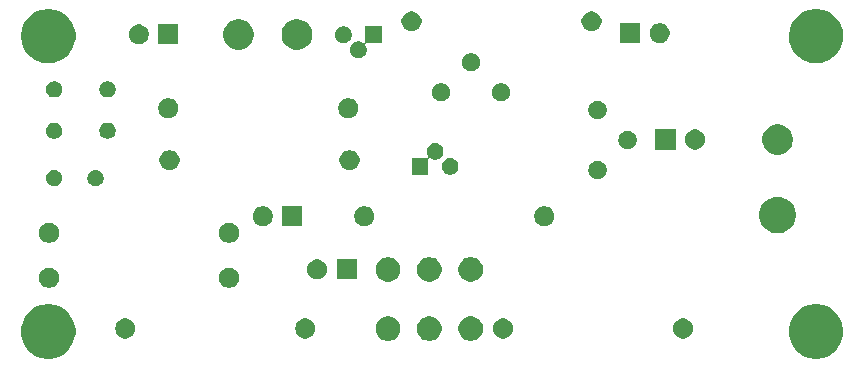
<source format=gbr>
G04 #@! TF.GenerationSoftware,KiCad,Pcbnew,(5.1.5)-3*
G04 #@! TF.CreationDate,2020-05-06T20:42:40-04:00*
G04 #@! TF.ProjectId,2ToneSineGenSSB,32546f6e-6553-4696-9e65-47656e535342,rev?*
G04 #@! TF.SameCoordinates,Original*
G04 #@! TF.FileFunction,Soldermask,Top*
G04 #@! TF.FilePolarity,Negative*
%FSLAX46Y46*%
G04 Gerber Fmt 4.6, Leading zero omitted, Abs format (unit mm)*
G04 Created by KiCad (PCBNEW (5.1.5)-3) date 2020-05-06 20:42:40*
%MOMM*%
%LPD*%
G04 APERTURE LIST*
%ADD10C,0.100000*%
G04 APERTURE END LIST*
D10*
G36*
X190698903Y-95993213D02*
G01*
X190921177Y-96037426D01*
X191339932Y-96210880D01*
X191716802Y-96462696D01*
X192037304Y-96783198D01*
X192289120Y-97160068D01*
X192430821Y-97502165D01*
X192462574Y-97578824D01*
X192551000Y-98023370D01*
X192551000Y-98476630D01*
X192537901Y-98542481D01*
X192462574Y-98921177D01*
X192289120Y-99339932D01*
X192037304Y-99716802D01*
X191716802Y-100037304D01*
X191339932Y-100289120D01*
X190921177Y-100462574D01*
X190698903Y-100506787D01*
X190476630Y-100551000D01*
X190023370Y-100551000D01*
X189801097Y-100506787D01*
X189578823Y-100462574D01*
X189160068Y-100289120D01*
X188783198Y-100037304D01*
X188462696Y-99716802D01*
X188210880Y-99339932D01*
X188037426Y-98921177D01*
X187962099Y-98542481D01*
X187949000Y-98476630D01*
X187949000Y-98023370D01*
X188037426Y-97578824D01*
X188069179Y-97502165D01*
X188210880Y-97160068D01*
X188462696Y-96783198D01*
X188783198Y-96462696D01*
X189160068Y-96210880D01*
X189578823Y-96037426D01*
X189801097Y-95993213D01*
X190023370Y-95949000D01*
X190476630Y-95949000D01*
X190698903Y-95993213D01*
G37*
G36*
X125698903Y-95993213D02*
G01*
X125921177Y-96037426D01*
X126339932Y-96210880D01*
X126716802Y-96462696D01*
X127037304Y-96783198D01*
X127289120Y-97160068D01*
X127430821Y-97502165D01*
X127462574Y-97578824D01*
X127551000Y-98023370D01*
X127551000Y-98476630D01*
X127537901Y-98542481D01*
X127462574Y-98921177D01*
X127289120Y-99339932D01*
X127037304Y-99716802D01*
X126716802Y-100037304D01*
X126339932Y-100289120D01*
X125921177Y-100462574D01*
X125698903Y-100506787D01*
X125476630Y-100551000D01*
X125023370Y-100551000D01*
X124801097Y-100506787D01*
X124578823Y-100462574D01*
X124160068Y-100289120D01*
X123783198Y-100037304D01*
X123462696Y-99716802D01*
X123210880Y-99339932D01*
X123037426Y-98921177D01*
X122962099Y-98542481D01*
X122949000Y-98476630D01*
X122949000Y-98023370D01*
X123037426Y-97578824D01*
X123069179Y-97502165D01*
X123210880Y-97160068D01*
X123462696Y-96783198D01*
X123783198Y-96462696D01*
X124160068Y-96210880D01*
X124578823Y-96037426D01*
X124801097Y-95993213D01*
X125023370Y-95949000D01*
X125476630Y-95949000D01*
X125698903Y-95993213D01*
G37*
G36*
X157806564Y-96989389D02*
G01*
X157997833Y-97068615D01*
X157997835Y-97068616D01*
X158167082Y-97181703D01*
X158169973Y-97183635D01*
X158316365Y-97330027D01*
X158431385Y-97502167D01*
X158510611Y-97693436D01*
X158551000Y-97896484D01*
X158551000Y-98103516D01*
X158510611Y-98306564D01*
X158431385Y-98497833D01*
X158431384Y-98497835D01*
X158316365Y-98669973D01*
X158169973Y-98816365D01*
X157997835Y-98931384D01*
X157997834Y-98931385D01*
X157997833Y-98931385D01*
X157806564Y-99010611D01*
X157603516Y-99051000D01*
X157396484Y-99051000D01*
X157193436Y-99010611D01*
X157002167Y-98931385D01*
X157002166Y-98931385D01*
X157002165Y-98931384D01*
X156830027Y-98816365D01*
X156683635Y-98669973D01*
X156568616Y-98497835D01*
X156568615Y-98497833D01*
X156489389Y-98306564D01*
X156449000Y-98103516D01*
X156449000Y-97896484D01*
X156489389Y-97693436D01*
X156568615Y-97502167D01*
X156683635Y-97330027D01*
X156830027Y-97183635D01*
X156832918Y-97181703D01*
X157002165Y-97068616D01*
X157002167Y-97068615D01*
X157193436Y-96989389D01*
X157396484Y-96949000D01*
X157603516Y-96949000D01*
X157806564Y-96989389D01*
G37*
G36*
X154306564Y-96989389D02*
G01*
X154497833Y-97068615D01*
X154497835Y-97068616D01*
X154667082Y-97181703D01*
X154669973Y-97183635D01*
X154816365Y-97330027D01*
X154931385Y-97502167D01*
X155010611Y-97693436D01*
X155051000Y-97896484D01*
X155051000Y-98103516D01*
X155010611Y-98306564D01*
X154931385Y-98497833D01*
X154931384Y-98497835D01*
X154816365Y-98669973D01*
X154669973Y-98816365D01*
X154497835Y-98931384D01*
X154497834Y-98931385D01*
X154497833Y-98931385D01*
X154306564Y-99010611D01*
X154103516Y-99051000D01*
X153896484Y-99051000D01*
X153693436Y-99010611D01*
X153502167Y-98931385D01*
X153502166Y-98931385D01*
X153502165Y-98931384D01*
X153330027Y-98816365D01*
X153183635Y-98669973D01*
X153068616Y-98497835D01*
X153068615Y-98497833D01*
X152989389Y-98306564D01*
X152949000Y-98103516D01*
X152949000Y-97896484D01*
X152989389Y-97693436D01*
X153068615Y-97502167D01*
X153183635Y-97330027D01*
X153330027Y-97183635D01*
X153332918Y-97181703D01*
X153502165Y-97068616D01*
X153502167Y-97068615D01*
X153693436Y-96989389D01*
X153896484Y-96949000D01*
X154103516Y-96949000D01*
X154306564Y-96989389D01*
G37*
G36*
X161306564Y-96989389D02*
G01*
X161497833Y-97068615D01*
X161497835Y-97068616D01*
X161667082Y-97181703D01*
X161669973Y-97183635D01*
X161816365Y-97330027D01*
X161931385Y-97502167D01*
X162010611Y-97693436D01*
X162051000Y-97896484D01*
X162051000Y-98103516D01*
X162010611Y-98306564D01*
X161931385Y-98497833D01*
X161931384Y-98497835D01*
X161816365Y-98669973D01*
X161669973Y-98816365D01*
X161497835Y-98931384D01*
X161497834Y-98931385D01*
X161497833Y-98931385D01*
X161306564Y-99010611D01*
X161103516Y-99051000D01*
X160896484Y-99051000D01*
X160693436Y-99010611D01*
X160502167Y-98931385D01*
X160502166Y-98931385D01*
X160502165Y-98931384D01*
X160330027Y-98816365D01*
X160183635Y-98669973D01*
X160068616Y-98497835D01*
X160068615Y-98497833D01*
X159989389Y-98306564D01*
X159949000Y-98103516D01*
X159949000Y-97896484D01*
X159989389Y-97693436D01*
X160068615Y-97502167D01*
X160183635Y-97330027D01*
X160330027Y-97183635D01*
X160332918Y-97181703D01*
X160502165Y-97068616D01*
X160502167Y-97068615D01*
X160693436Y-96989389D01*
X160896484Y-96949000D01*
X161103516Y-96949000D01*
X161306564Y-96989389D01*
G37*
G36*
X179238228Y-97181703D02*
G01*
X179393100Y-97245853D01*
X179532481Y-97338985D01*
X179651015Y-97457519D01*
X179744147Y-97596900D01*
X179808297Y-97751772D01*
X179841000Y-97916184D01*
X179841000Y-98083816D01*
X179808297Y-98248228D01*
X179744147Y-98403100D01*
X179651015Y-98542481D01*
X179532481Y-98661015D01*
X179393100Y-98754147D01*
X179238228Y-98818297D01*
X179073816Y-98851000D01*
X178906184Y-98851000D01*
X178741772Y-98818297D01*
X178586900Y-98754147D01*
X178447519Y-98661015D01*
X178328985Y-98542481D01*
X178235853Y-98403100D01*
X178171703Y-98248228D01*
X178139000Y-98083816D01*
X178139000Y-97916184D01*
X178171703Y-97751772D01*
X178235853Y-97596900D01*
X178328985Y-97457519D01*
X178447519Y-97338985D01*
X178586900Y-97245853D01*
X178741772Y-97181703D01*
X178906184Y-97149000D01*
X179073816Y-97149000D01*
X179238228Y-97181703D01*
G37*
G36*
X163998228Y-97181703D02*
G01*
X164153100Y-97245853D01*
X164292481Y-97338985D01*
X164411015Y-97457519D01*
X164504147Y-97596900D01*
X164568297Y-97751772D01*
X164601000Y-97916184D01*
X164601000Y-98083816D01*
X164568297Y-98248228D01*
X164504147Y-98403100D01*
X164411015Y-98542481D01*
X164292481Y-98661015D01*
X164153100Y-98754147D01*
X163998228Y-98818297D01*
X163833816Y-98851000D01*
X163666184Y-98851000D01*
X163501772Y-98818297D01*
X163346900Y-98754147D01*
X163207519Y-98661015D01*
X163088985Y-98542481D01*
X162995853Y-98403100D01*
X162931703Y-98248228D01*
X162899000Y-98083816D01*
X162899000Y-97916184D01*
X162931703Y-97751772D01*
X162995853Y-97596900D01*
X163088985Y-97457519D01*
X163207519Y-97338985D01*
X163346900Y-97245853D01*
X163501772Y-97181703D01*
X163666184Y-97149000D01*
X163833816Y-97149000D01*
X163998228Y-97181703D01*
G37*
G36*
X147248228Y-97181703D02*
G01*
X147403100Y-97245853D01*
X147542481Y-97338985D01*
X147661015Y-97457519D01*
X147754147Y-97596900D01*
X147818297Y-97751772D01*
X147851000Y-97916184D01*
X147851000Y-98083816D01*
X147818297Y-98248228D01*
X147754147Y-98403100D01*
X147661015Y-98542481D01*
X147542481Y-98661015D01*
X147403100Y-98754147D01*
X147248228Y-98818297D01*
X147083816Y-98851000D01*
X146916184Y-98851000D01*
X146751772Y-98818297D01*
X146596900Y-98754147D01*
X146457519Y-98661015D01*
X146338985Y-98542481D01*
X146245853Y-98403100D01*
X146181703Y-98248228D01*
X146149000Y-98083816D01*
X146149000Y-97916184D01*
X146181703Y-97751772D01*
X146245853Y-97596900D01*
X146338985Y-97457519D01*
X146457519Y-97338985D01*
X146596900Y-97245853D01*
X146751772Y-97181703D01*
X146916184Y-97149000D01*
X147083816Y-97149000D01*
X147248228Y-97181703D01*
G37*
G36*
X132008228Y-97181703D02*
G01*
X132163100Y-97245853D01*
X132302481Y-97338985D01*
X132421015Y-97457519D01*
X132514147Y-97596900D01*
X132578297Y-97751772D01*
X132611000Y-97916184D01*
X132611000Y-98083816D01*
X132578297Y-98248228D01*
X132514147Y-98403100D01*
X132421015Y-98542481D01*
X132302481Y-98661015D01*
X132163100Y-98754147D01*
X132008228Y-98818297D01*
X131843816Y-98851000D01*
X131676184Y-98851000D01*
X131511772Y-98818297D01*
X131356900Y-98754147D01*
X131217519Y-98661015D01*
X131098985Y-98542481D01*
X131005853Y-98403100D01*
X130941703Y-98248228D01*
X130909000Y-98083816D01*
X130909000Y-97916184D01*
X130941703Y-97751772D01*
X131005853Y-97596900D01*
X131098985Y-97457519D01*
X131217519Y-97338985D01*
X131356900Y-97245853D01*
X131511772Y-97181703D01*
X131676184Y-97149000D01*
X131843816Y-97149000D01*
X132008228Y-97181703D01*
G37*
G36*
X125548228Y-92881703D02*
G01*
X125703100Y-92945853D01*
X125842481Y-93038985D01*
X125961015Y-93157519D01*
X126054147Y-93296900D01*
X126118297Y-93451772D01*
X126151000Y-93616184D01*
X126151000Y-93783816D01*
X126118297Y-93948228D01*
X126054147Y-94103100D01*
X125961015Y-94242481D01*
X125842481Y-94361015D01*
X125703100Y-94454147D01*
X125548228Y-94518297D01*
X125383816Y-94551000D01*
X125216184Y-94551000D01*
X125051772Y-94518297D01*
X124896900Y-94454147D01*
X124757519Y-94361015D01*
X124638985Y-94242481D01*
X124545853Y-94103100D01*
X124481703Y-93948228D01*
X124449000Y-93783816D01*
X124449000Y-93616184D01*
X124481703Y-93451772D01*
X124545853Y-93296900D01*
X124638985Y-93157519D01*
X124757519Y-93038985D01*
X124896900Y-92945853D01*
X125051772Y-92881703D01*
X125216184Y-92849000D01*
X125383816Y-92849000D01*
X125548228Y-92881703D01*
G37*
G36*
X140788228Y-92881703D02*
G01*
X140943100Y-92945853D01*
X141082481Y-93038985D01*
X141201015Y-93157519D01*
X141294147Y-93296900D01*
X141358297Y-93451772D01*
X141391000Y-93616184D01*
X141391000Y-93783816D01*
X141358297Y-93948228D01*
X141294147Y-94103100D01*
X141201015Y-94242481D01*
X141082481Y-94361015D01*
X140943100Y-94454147D01*
X140788228Y-94518297D01*
X140623816Y-94551000D01*
X140456184Y-94551000D01*
X140291772Y-94518297D01*
X140136900Y-94454147D01*
X139997519Y-94361015D01*
X139878985Y-94242481D01*
X139785853Y-94103100D01*
X139721703Y-93948228D01*
X139689000Y-93783816D01*
X139689000Y-93616184D01*
X139721703Y-93451772D01*
X139785853Y-93296900D01*
X139878985Y-93157519D01*
X139997519Y-93038985D01*
X140136900Y-92945853D01*
X140291772Y-92881703D01*
X140456184Y-92849000D01*
X140623816Y-92849000D01*
X140788228Y-92881703D01*
G37*
G36*
X161306564Y-91989389D02*
G01*
X161497833Y-92068615D01*
X161497835Y-92068616D01*
X161618138Y-92149000D01*
X161669973Y-92183635D01*
X161816365Y-92330027D01*
X161931385Y-92502167D01*
X162010611Y-92693436D01*
X162051000Y-92896484D01*
X162051000Y-93103516D01*
X162010611Y-93306564D01*
X161950464Y-93451771D01*
X161931384Y-93497835D01*
X161816365Y-93669973D01*
X161669973Y-93816365D01*
X161497835Y-93931384D01*
X161497834Y-93931385D01*
X161497833Y-93931385D01*
X161306564Y-94010611D01*
X161103516Y-94051000D01*
X160896484Y-94051000D01*
X160693436Y-94010611D01*
X160502167Y-93931385D01*
X160502166Y-93931385D01*
X160502165Y-93931384D01*
X160330027Y-93816365D01*
X160183635Y-93669973D01*
X160068616Y-93497835D01*
X160049536Y-93451771D01*
X159989389Y-93306564D01*
X159949000Y-93103516D01*
X159949000Y-92896484D01*
X159989389Y-92693436D01*
X160068615Y-92502167D01*
X160183635Y-92330027D01*
X160330027Y-92183635D01*
X160381862Y-92149000D01*
X160502165Y-92068616D01*
X160502167Y-92068615D01*
X160693436Y-91989389D01*
X160896484Y-91949000D01*
X161103516Y-91949000D01*
X161306564Y-91989389D01*
G37*
G36*
X157806564Y-91989389D02*
G01*
X157997833Y-92068615D01*
X157997835Y-92068616D01*
X158118138Y-92149000D01*
X158169973Y-92183635D01*
X158316365Y-92330027D01*
X158431385Y-92502167D01*
X158510611Y-92693436D01*
X158551000Y-92896484D01*
X158551000Y-93103516D01*
X158510611Y-93306564D01*
X158450464Y-93451771D01*
X158431384Y-93497835D01*
X158316365Y-93669973D01*
X158169973Y-93816365D01*
X157997835Y-93931384D01*
X157997834Y-93931385D01*
X157997833Y-93931385D01*
X157806564Y-94010611D01*
X157603516Y-94051000D01*
X157396484Y-94051000D01*
X157193436Y-94010611D01*
X157002167Y-93931385D01*
X157002166Y-93931385D01*
X157002165Y-93931384D01*
X156830027Y-93816365D01*
X156683635Y-93669973D01*
X156568616Y-93497835D01*
X156549536Y-93451771D01*
X156489389Y-93306564D01*
X156449000Y-93103516D01*
X156449000Y-92896484D01*
X156489389Y-92693436D01*
X156568615Y-92502167D01*
X156683635Y-92330027D01*
X156830027Y-92183635D01*
X156881862Y-92149000D01*
X157002165Y-92068616D01*
X157002167Y-92068615D01*
X157193436Y-91989389D01*
X157396484Y-91949000D01*
X157603516Y-91949000D01*
X157806564Y-91989389D01*
G37*
G36*
X154306564Y-91989389D02*
G01*
X154497833Y-92068615D01*
X154497835Y-92068616D01*
X154618138Y-92149000D01*
X154669973Y-92183635D01*
X154816365Y-92330027D01*
X154931385Y-92502167D01*
X155010611Y-92693436D01*
X155051000Y-92896484D01*
X155051000Y-93103516D01*
X155010611Y-93306564D01*
X154950464Y-93451771D01*
X154931384Y-93497835D01*
X154816365Y-93669973D01*
X154669973Y-93816365D01*
X154497835Y-93931384D01*
X154497834Y-93931385D01*
X154497833Y-93931385D01*
X154306564Y-94010611D01*
X154103516Y-94051000D01*
X153896484Y-94051000D01*
X153693436Y-94010611D01*
X153502167Y-93931385D01*
X153502166Y-93931385D01*
X153502165Y-93931384D01*
X153330027Y-93816365D01*
X153183635Y-93669973D01*
X153068616Y-93497835D01*
X153049536Y-93451771D01*
X152989389Y-93306564D01*
X152949000Y-93103516D01*
X152949000Y-92896484D01*
X152989389Y-92693436D01*
X153068615Y-92502167D01*
X153183635Y-92330027D01*
X153330027Y-92183635D01*
X153381862Y-92149000D01*
X153502165Y-92068616D01*
X153502167Y-92068615D01*
X153693436Y-91989389D01*
X153896484Y-91949000D01*
X154103516Y-91949000D01*
X154306564Y-91989389D01*
G37*
G36*
X151351000Y-93851000D02*
G01*
X149649000Y-93851000D01*
X149649000Y-92149000D01*
X151351000Y-92149000D01*
X151351000Y-93851000D01*
G37*
G36*
X148248228Y-92181703D02*
G01*
X148403100Y-92245853D01*
X148542481Y-92338985D01*
X148661015Y-92457519D01*
X148754147Y-92596900D01*
X148818297Y-92751772D01*
X148851000Y-92916184D01*
X148851000Y-93083816D01*
X148818297Y-93248228D01*
X148754147Y-93403100D01*
X148661015Y-93542481D01*
X148542481Y-93661015D01*
X148403100Y-93754147D01*
X148248228Y-93818297D01*
X148083816Y-93851000D01*
X147916184Y-93851000D01*
X147751772Y-93818297D01*
X147596900Y-93754147D01*
X147457519Y-93661015D01*
X147338985Y-93542481D01*
X147245853Y-93403100D01*
X147181703Y-93248228D01*
X147149000Y-93083816D01*
X147149000Y-92916184D01*
X147181703Y-92751772D01*
X147245853Y-92596900D01*
X147338985Y-92457519D01*
X147457519Y-92338985D01*
X147596900Y-92245853D01*
X147751772Y-92181703D01*
X147916184Y-92149000D01*
X148083816Y-92149000D01*
X148248228Y-92181703D01*
G37*
G36*
X140788228Y-89081703D02*
G01*
X140943100Y-89145853D01*
X141082481Y-89238985D01*
X141201015Y-89357519D01*
X141294147Y-89496900D01*
X141358297Y-89651772D01*
X141391000Y-89816184D01*
X141391000Y-89983816D01*
X141358297Y-90148228D01*
X141294147Y-90303100D01*
X141201015Y-90442481D01*
X141082481Y-90561015D01*
X140943100Y-90654147D01*
X140788228Y-90718297D01*
X140623816Y-90751000D01*
X140456184Y-90751000D01*
X140291772Y-90718297D01*
X140136900Y-90654147D01*
X139997519Y-90561015D01*
X139878985Y-90442481D01*
X139785853Y-90303100D01*
X139721703Y-90148228D01*
X139689000Y-89983816D01*
X139689000Y-89816184D01*
X139721703Y-89651772D01*
X139785853Y-89496900D01*
X139878985Y-89357519D01*
X139997519Y-89238985D01*
X140136900Y-89145853D01*
X140291772Y-89081703D01*
X140456184Y-89049000D01*
X140623816Y-89049000D01*
X140788228Y-89081703D01*
G37*
G36*
X125548228Y-89081703D02*
G01*
X125703100Y-89145853D01*
X125842481Y-89238985D01*
X125961015Y-89357519D01*
X126054147Y-89496900D01*
X126118297Y-89651772D01*
X126151000Y-89816184D01*
X126151000Y-89983816D01*
X126118297Y-90148228D01*
X126054147Y-90303100D01*
X125961015Y-90442481D01*
X125842481Y-90561015D01*
X125703100Y-90654147D01*
X125548228Y-90718297D01*
X125383816Y-90751000D01*
X125216184Y-90751000D01*
X125051772Y-90718297D01*
X124896900Y-90654147D01*
X124757519Y-90561015D01*
X124638985Y-90442481D01*
X124545853Y-90303100D01*
X124481703Y-90148228D01*
X124449000Y-89983816D01*
X124449000Y-89816184D01*
X124481703Y-89651772D01*
X124545853Y-89496900D01*
X124638985Y-89357519D01*
X124757519Y-89238985D01*
X124896900Y-89145853D01*
X125051772Y-89081703D01*
X125216184Y-89049000D01*
X125383816Y-89049000D01*
X125548228Y-89081703D01*
G37*
G36*
X187302585Y-86878802D02*
G01*
X187452410Y-86908604D01*
X187734674Y-87025521D01*
X187988705Y-87195259D01*
X188204741Y-87411295D01*
X188374479Y-87665326D01*
X188491396Y-87947590D01*
X188551000Y-88247240D01*
X188551000Y-88552760D01*
X188491396Y-88852410D01*
X188374479Y-89134674D01*
X188204741Y-89388705D01*
X187988705Y-89604741D01*
X187734674Y-89774479D01*
X187452410Y-89891396D01*
X187302585Y-89921198D01*
X187152761Y-89951000D01*
X186847239Y-89951000D01*
X186697415Y-89921198D01*
X186547590Y-89891396D01*
X186265326Y-89774479D01*
X186011295Y-89604741D01*
X185795259Y-89388705D01*
X185625521Y-89134674D01*
X185508604Y-88852410D01*
X185449000Y-88552760D01*
X185449000Y-88247240D01*
X185508604Y-87947590D01*
X185625521Y-87665326D01*
X185795259Y-87411295D01*
X186011295Y-87195259D01*
X186265326Y-87025521D01*
X186547590Y-86908604D01*
X186697415Y-86878802D01*
X186847239Y-86849000D01*
X187152761Y-86849000D01*
X187302585Y-86878802D01*
G37*
G36*
X167488228Y-87681703D02*
G01*
X167643100Y-87745853D01*
X167782481Y-87838985D01*
X167901015Y-87957519D01*
X167994147Y-88096900D01*
X168058297Y-88251772D01*
X168091000Y-88416184D01*
X168091000Y-88583816D01*
X168058297Y-88748228D01*
X167994147Y-88903100D01*
X167901015Y-89042481D01*
X167782481Y-89161015D01*
X167643100Y-89254147D01*
X167488228Y-89318297D01*
X167323816Y-89351000D01*
X167156184Y-89351000D01*
X166991772Y-89318297D01*
X166836900Y-89254147D01*
X166697519Y-89161015D01*
X166578985Y-89042481D01*
X166485853Y-88903100D01*
X166421703Y-88748228D01*
X166389000Y-88583816D01*
X166389000Y-88416184D01*
X166421703Y-88251772D01*
X166485853Y-88096900D01*
X166578985Y-87957519D01*
X166697519Y-87838985D01*
X166836900Y-87745853D01*
X166991772Y-87681703D01*
X167156184Y-87649000D01*
X167323816Y-87649000D01*
X167488228Y-87681703D01*
G37*
G36*
X152248228Y-87681703D02*
G01*
X152403100Y-87745853D01*
X152542481Y-87838985D01*
X152661015Y-87957519D01*
X152754147Y-88096900D01*
X152818297Y-88251772D01*
X152851000Y-88416184D01*
X152851000Y-88583816D01*
X152818297Y-88748228D01*
X152754147Y-88903100D01*
X152661015Y-89042481D01*
X152542481Y-89161015D01*
X152403100Y-89254147D01*
X152248228Y-89318297D01*
X152083816Y-89351000D01*
X151916184Y-89351000D01*
X151751772Y-89318297D01*
X151596900Y-89254147D01*
X151457519Y-89161015D01*
X151338985Y-89042481D01*
X151245853Y-88903100D01*
X151181703Y-88748228D01*
X151149000Y-88583816D01*
X151149000Y-88416184D01*
X151181703Y-88251772D01*
X151245853Y-88096900D01*
X151338985Y-87957519D01*
X151457519Y-87838985D01*
X151596900Y-87745853D01*
X151751772Y-87681703D01*
X151916184Y-87649000D01*
X152083816Y-87649000D01*
X152248228Y-87681703D01*
G37*
G36*
X146751000Y-89351000D02*
G01*
X145049000Y-89351000D01*
X145049000Y-87649000D01*
X146751000Y-87649000D01*
X146751000Y-89351000D01*
G37*
G36*
X143648228Y-87681703D02*
G01*
X143803100Y-87745853D01*
X143942481Y-87838985D01*
X144061015Y-87957519D01*
X144154147Y-88096900D01*
X144218297Y-88251772D01*
X144251000Y-88416184D01*
X144251000Y-88583816D01*
X144218297Y-88748228D01*
X144154147Y-88903100D01*
X144061015Y-89042481D01*
X143942481Y-89161015D01*
X143803100Y-89254147D01*
X143648228Y-89318297D01*
X143483816Y-89351000D01*
X143316184Y-89351000D01*
X143151772Y-89318297D01*
X142996900Y-89254147D01*
X142857519Y-89161015D01*
X142738985Y-89042481D01*
X142645853Y-88903100D01*
X142581703Y-88748228D01*
X142549000Y-88583816D01*
X142549000Y-88416184D01*
X142581703Y-88251772D01*
X142645853Y-88096900D01*
X142738985Y-87957519D01*
X142857519Y-87838985D01*
X142996900Y-87745853D01*
X143151772Y-87681703D01*
X143316184Y-87649000D01*
X143483816Y-87649000D01*
X143648228Y-87681703D01*
G37*
G36*
X129450099Y-84590362D02*
G01*
X129574942Y-84642074D01*
X129574944Y-84642075D01*
X129595690Y-84655937D01*
X129687300Y-84717149D01*
X129782852Y-84812701D01*
X129857927Y-84925059D01*
X129909639Y-85049902D01*
X129936001Y-85182434D01*
X129936001Y-85317566D01*
X129909639Y-85450098D01*
X129857927Y-85574941D01*
X129857926Y-85574943D01*
X129782852Y-85687299D01*
X129687300Y-85782851D01*
X129574944Y-85857925D01*
X129574943Y-85857926D01*
X129574942Y-85857926D01*
X129450099Y-85909638D01*
X129317567Y-85936000D01*
X129182435Y-85936000D01*
X129049903Y-85909638D01*
X128925060Y-85857926D01*
X128925059Y-85857926D01*
X128925058Y-85857925D01*
X128812702Y-85782851D01*
X128717150Y-85687299D01*
X128642076Y-85574943D01*
X128642075Y-85574941D01*
X128590363Y-85450098D01*
X128564001Y-85317566D01*
X128564001Y-85182434D01*
X128590363Y-85049902D01*
X128642075Y-84925059D01*
X128717150Y-84812701D01*
X128812702Y-84717149D01*
X128904312Y-84655937D01*
X128925058Y-84642075D01*
X128925060Y-84642074D01*
X129049903Y-84590362D01*
X129182435Y-84564000D01*
X129317567Y-84564000D01*
X129450099Y-84590362D01*
G37*
G36*
X125950098Y-84590362D02*
G01*
X126074941Y-84642074D01*
X126074943Y-84642075D01*
X126095689Y-84655937D01*
X126187299Y-84717149D01*
X126282851Y-84812701D01*
X126357926Y-84925059D01*
X126409638Y-85049902D01*
X126436000Y-85182434D01*
X126436000Y-85317566D01*
X126409638Y-85450098D01*
X126357926Y-85574941D01*
X126357925Y-85574943D01*
X126282851Y-85687299D01*
X126187299Y-85782851D01*
X126074943Y-85857925D01*
X126074942Y-85857926D01*
X126074941Y-85857926D01*
X125950098Y-85909638D01*
X125817566Y-85936000D01*
X125682434Y-85936000D01*
X125549902Y-85909638D01*
X125425059Y-85857926D01*
X125425058Y-85857926D01*
X125425057Y-85857925D01*
X125312701Y-85782851D01*
X125217149Y-85687299D01*
X125142075Y-85574943D01*
X125142074Y-85574941D01*
X125090362Y-85450098D01*
X125064000Y-85317566D01*
X125064000Y-85182434D01*
X125090362Y-85049902D01*
X125142074Y-84925059D01*
X125217149Y-84812701D01*
X125312701Y-84717149D01*
X125404311Y-84655937D01*
X125425057Y-84642075D01*
X125425059Y-84642074D01*
X125549902Y-84590362D01*
X125682434Y-84564000D01*
X125817566Y-84564000D01*
X125950098Y-84590362D01*
G37*
G36*
X171875589Y-83818876D02*
G01*
X171974893Y-83838629D01*
X172115206Y-83896748D01*
X172241484Y-83981125D01*
X172348875Y-84088516D01*
X172433252Y-84214794D01*
X172491371Y-84355107D01*
X172491371Y-84355109D01*
X172515115Y-84474474D01*
X172521000Y-84504063D01*
X172521000Y-84655937D01*
X172491371Y-84804893D01*
X172433252Y-84945206D01*
X172348875Y-85071484D01*
X172241484Y-85178875D01*
X172115206Y-85263252D01*
X171974893Y-85321371D01*
X171875589Y-85341124D01*
X171825938Y-85351000D01*
X171674062Y-85351000D01*
X171624411Y-85341124D01*
X171525107Y-85321371D01*
X171384794Y-85263252D01*
X171258516Y-85178875D01*
X171151125Y-85071484D01*
X171066748Y-84945206D01*
X171008629Y-84804893D01*
X170979000Y-84655937D01*
X170979000Y-84504063D01*
X170984886Y-84474474D01*
X171008629Y-84355109D01*
X171008629Y-84355107D01*
X171066748Y-84214794D01*
X171151125Y-84088516D01*
X171258516Y-83981125D01*
X171384794Y-83896748D01*
X171525107Y-83838629D01*
X171624411Y-83818876D01*
X171674062Y-83809000D01*
X171825938Y-83809000D01*
X171875589Y-83818876D01*
G37*
G36*
X159474473Y-83595938D02*
G01*
X159602049Y-83648782D01*
X159716859Y-83725495D01*
X159814505Y-83823141D01*
X159891218Y-83937951D01*
X159944062Y-84065527D01*
X159971000Y-84200956D01*
X159971000Y-84339044D01*
X159944062Y-84474473D01*
X159891218Y-84602049D01*
X159814505Y-84716859D01*
X159716859Y-84814505D01*
X159602049Y-84891218D01*
X159474473Y-84944062D01*
X159339044Y-84971000D01*
X159200956Y-84971000D01*
X159065527Y-84944062D01*
X158937951Y-84891218D01*
X158823141Y-84814505D01*
X158725495Y-84716859D01*
X158648782Y-84602049D01*
X158595938Y-84474473D01*
X158569000Y-84339044D01*
X158569000Y-84200956D01*
X158595938Y-84065527D01*
X158648782Y-83937951D01*
X158725495Y-83823141D01*
X158823141Y-83725495D01*
X158937951Y-83648782D01*
X159065527Y-83595938D01*
X159200956Y-83569000D01*
X159339044Y-83569000D01*
X159474473Y-83595938D01*
G37*
G36*
X158204473Y-82325938D02*
G01*
X158332049Y-82378782D01*
X158446859Y-82455495D01*
X158544505Y-82553141D01*
X158621218Y-82667951D01*
X158674062Y-82795527D01*
X158701000Y-82930956D01*
X158701000Y-83069044D01*
X158674062Y-83204473D01*
X158621218Y-83332049D01*
X158544505Y-83446859D01*
X158446859Y-83544505D01*
X158332049Y-83621218D01*
X158204473Y-83674062D01*
X158069044Y-83701000D01*
X157930956Y-83701000D01*
X157795527Y-83674062D01*
X157667951Y-83621218D01*
X157625444Y-83592816D01*
X157603833Y-83581265D01*
X157580384Y-83574152D01*
X157555998Y-83571750D01*
X157531612Y-83574152D01*
X157508163Y-83581265D01*
X157486553Y-83592817D01*
X157467611Y-83608362D01*
X157452066Y-83627304D01*
X157440515Y-83648915D01*
X157433402Y-83672364D01*
X157431000Y-83696749D01*
X157431000Y-84971000D01*
X156029000Y-84971000D01*
X156029000Y-83569000D01*
X157303251Y-83569000D01*
X157327637Y-83566598D01*
X157351086Y-83559485D01*
X157372697Y-83547934D01*
X157391639Y-83532389D01*
X157407184Y-83513447D01*
X157418735Y-83491836D01*
X157425848Y-83468387D01*
X157428250Y-83444001D01*
X157425848Y-83419615D01*
X157418735Y-83396166D01*
X157407184Y-83374556D01*
X157378782Y-83332049D01*
X157325938Y-83204473D01*
X157299000Y-83069044D01*
X157299000Y-82930956D01*
X157325938Y-82795527D01*
X157378782Y-82667951D01*
X157455495Y-82553141D01*
X157553141Y-82455495D01*
X157667951Y-82378782D01*
X157795527Y-82325938D01*
X157930956Y-82299000D01*
X158069044Y-82299000D01*
X158204473Y-82325938D01*
G37*
G36*
X150998228Y-82931703D02*
G01*
X151153100Y-82995853D01*
X151292481Y-83088985D01*
X151411015Y-83207519D01*
X151504147Y-83346900D01*
X151568297Y-83501772D01*
X151601000Y-83666184D01*
X151601000Y-83833816D01*
X151568297Y-83998228D01*
X151504147Y-84153100D01*
X151411015Y-84292481D01*
X151292481Y-84411015D01*
X151153100Y-84504147D01*
X150998228Y-84568297D01*
X150833816Y-84601000D01*
X150666184Y-84601000D01*
X150501772Y-84568297D01*
X150346900Y-84504147D01*
X150207519Y-84411015D01*
X150088985Y-84292481D01*
X149995853Y-84153100D01*
X149931703Y-83998228D01*
X149899000Y-83833816D01*
X149899000Y-83666184D01*
X149931703Y-83501772D01*
X149995853Y-83346900D01*
X150088985Y-83207519D01*
X150207519Y-83088985D01*
X150346900Y-82995853D01*
X150501772Y-82931703D01*
X150666184Y-82899000D01*
X150833816Y-82899000D01*
X150998228Y-82931703D01*
G37*
G36*
X135758228Y-82931703D02*
G01*
X135913100Y-82995853D01*
X136052481Y-83088985D01*
X136171015Y-83207519D01*
X136264147Y-83346900D01*
X136328297Y-83501772D01*
X136361000Y-83666184D01*
X136361000Y-83833816D01*
X136328297Y-83998228D01*
X136264147Y-84153100D01*
X136171015Y-84292481D01*
X136052481Y-84411015D01*
X135913100Y-84504147D01*
X135758228Y-84568297D01*
X135593816Y-84601000D01*
X135426184Y-84601000D01*
X135261772Y-84568297D01*
X135106900Y-84504147D01*
X134967519Y-84411015D01*
X134848985Y-84292481D01*
X134755853Y-84153100D01*
X134691703Y-83998228D01*
X134659000Y-83833816D01*
X134659000Y-83666184D01*
X134691703Y-83501772D01*
X134755853Y-83346900D01*
X134848985Y-83207519D01*
X134967519Y-83088985D01*
X135106900Y-82995853D01*
X135261772Y-82931703D01*
X135426184Y-82899000D01*
X135593816Y-82899000D01*
X135758228Y-82931703D01*
G37*
G36*
X187379393Y-80749304D02*
G01*
X187616101Y-80847352D01*
X187616103Y-80847353D01*
X187829135Y-80989696D01*
X188010304Y-81170865D01*
X188152647Y-81383897D01*
X188152648Y-81383899D01*
X188250696Y-81620607D01*
X188300680Y-81871893D01*
X188300680Y-82128107D01*
X188250696Y-82379393D01*
X188178728Y-82553138D01*
X188152647Y-82616103D01*
X188010304Y-82829135D01*
X187829135Y-83010304D01*
X187616103Y-83152647D01*
X187616102Y-83152648D01*
X187616101Y-83152648D01*
X187379393Y-83250696D01*
X187128107Y-83300680D01*
X186871893Y-83300680D01*
X186620607Y-83250696D01*
X186383899Y-83152648D01*
X186383898Y-83152648D01*
X186383897Y-83152647D01*
X186170865Y-83010304D01*
X185989696Y-82829135D01*
X185847353Y-82616103D01*
X185821272Y-82553138D01*
X185749304Y-82379393D01*
X185699320Y-82128107D01*
X185699320Y-81871893D01*
X185749304Y-81620607D01*
X185847352Y-81383899D01*
X185847353Y-81383897D01*
X185989696Y-81170865D01*
X186170865Y-80989696D01*
X186383897Y-80847353D01*
X186383899Y-80847352D01*
X186620607Y-80749304D01*
X186871893Y-80699320D01*
X187128107Y-80699320D01*
X187379393Y-80749304D01*
G37*
G36*
X178351000Y-82851000D02*
G01*
X176649000Y-82851000D01*
X176649000Y-81149000D01*
X178351000Y-81149000D01*
X178351000Y-82851000D01*
G37*
G36*
X180248228Y-81181703D02*
G01*
X180403100Y-81245853D01*
X180542481Y-81338985D01*
X180661015Y-81457519D01*
X180754147Y-81596900D01*
X180818297Y-81751772D01*
X180851000Y-81916184D01*
X180851000Y-82083816D01*
X180818297Y-82248228D01*
X180754147Y-82403100D01*
X180661015Y-82542481D01*
X180542481Y-82661015D01*
X180403100Y-82754147D01*
X180248228Y-82818297D01*
X180083816Y-82851000D01*
X179916184Y-82851000D01*
X179751772Y-82818297D01*
X179596900Y-82754147D01*
X179457519Y-82661015D01*
X179338985Y-82542481D01*
X179245853Y-82403100D01*
X179181703Y-82248228D01*
X179149000Y-82083816D01*
X179149000Y-81916184D01*
X179181703Y-81751772D01*
X179245853Y-81596900D01*
X179338985Y-81457519D01*
X179457519Y-81338985D01*
X179596900Y-81245853D01*
X179751772Y-81181703D01*
X179916184Y-81149000D01*
X180083816Y-81149000D01*
X180248228Y-81181703D01*
G37*
G36*
X174415589Y-81278876D02*
G01*
X174514893Y-81298629D01*
X174655206Y-81356748D01*
X174781484Y-81441125D01*
X174888875Y-81548516D01*
X174973252Y-81674794D01*
X175031371Y-81815107D01*
X175050174Y-81909637D01*
X175061000Y-81964062D01*
X175061000Y-82115938D01*
X175058579Y-82128107D01*
X175031371Y-82264893D01*
X174973252Y-82405206D01*
X174888875Y-82531484D01*
X174781484Y-82638875D01*
X174655206Y-82723252D01*
X174514893Y-82781371D01*
X174415589Y-82801124D01*
X174365938Y-82811000D01*
X174214062Y-82811000D01*
X174164411Y-82801124D01*
X174065107Y-82781371D01*
X173924794Y-82723252D01*
X173798516Y-82638875D01*
X173691125Y-82531484D01*
X173606748Y-82405206D01*
X173548629Y-82264893D01*
X173521421Y-82128107D01*
X173519000Y-82115938D01*
X173519000Y-81964062D01*
X173529826Y-81909637D01*
X173548629Y-81815107D01*
X173606748Y-81674794D01*
X173691125Y-81548516D01*
X173798516Y-81441125D01*
X173924794Y-81356748D01*
X174065107Y-81298629D01*
X174164411Y-81278876D01*
X174214062Y-81269000D01*
X174365938Y-81269000D01*
X174415589Y-81278876D01*
G37*
G36*
X130450098Y-80590363D02*
G01*
X130574941Y-80642075D01*
X130574943Y-80642076D01*
X130687298Y-80717149D01*
X130782851Y-80812702D01*
X130857926Y-80925060D01*
X130909638Y-81049903D01*
X130936000Y-81182435D01*
X130936000Y-81317567D01*
X130909638Y-81450099D01*
X130857926Y-81574941D01*
X130857925Y-81574944D01*
X130782851Y-81687300D01*
X130687299Y-81782852D01*
X130574943Y-81857926D01*
X130574942Y-81857927D01*
X130574941Y-81857927D01*
X130450098Y-81909639D01*
X130317566Y-81936001D01*
X130182434Y-81936001D01*
X130049902Y-81909639D01*
X129925059Y-81857927D01*
X129925058Y-81857927D01*
X129925057Y-81857926D01*
X129812701Y-81782852D01*
X129717149Y-81687300D01*
X129642075Y-81574944D01*
X129642074Y-81574941D01*
X129590362Y-81450099D01*
X129564000Y-81317567D01*
X129564000Y-81182435D01*
X129590362Y-81049903D01*
X129642074Y-80925060D01*
X129717149Y-80812702D01*
X129812702Y-80717149D01*
X129925057Y-80642076D01*
X129925059Y-80642075D01*
X130049902Y-80590363D01*
X130182434Y-80564001D01*
X130317566Y-80564001D01*
X130450098Y-80590363D01*
G37*
G36*
X125950098Y-80590362D02*
G01*
X126074941Y-80642074D01*
X126074943Y-80642075D01*
X126074944Y-80642076D01*
X126187299Y-80717149D01*
X126282851Y-80812701D01*
X126357926Y-80925059D01*
X126409638Y-81049902D01*
X126436000Y-81182434D01*
X126436000Y-81317566D01*
X126409638Y-81450098D01*
X126368871Y-81548517D01*
X126357925Y-81574943D01*
X126282851Y-81687299D01*
X126187299Y-81782851D01*
X126074943Y-81857925D01*
X126074942Y-81857926D01*
X126074941Y-81857926D01*
X125950098Y-81909638D01*
X125817566Y-81936000D01*
X125682434Y-81936000D01*
X125549902Y-81909638D01*
X125425059Y-81857926D01*
X125425058Y-81857926D01*
X125425057Y-81857925D01*
X125312701Y-81782851D01*
X125217149Y-81687299D01*
X125142075Y-81574943D01*
X125131129Y-81548517D01*
X125090362Y-81450098D01*
X125064000Y-81317566D01*
X125064000Y-81182434D01*
X125090362Y-81049902D01*
X125142074Y-80925059D01*
X125217149Y-80812701D01*
X125312701Y-80717149D01*
X125425056Y-80642076D01*
X125425057Y-80642075D01*
X125425059Y-80642074D01*
X125549902Y-80590362D01*
X125682434Y-80564000D01*
X125817566Y-80564000D01*
X125950098Y-80590362D01*
G37*
G36*
X171875589Y-78738876D02*
G01*
X171974893Y-78758629D01*
X172115206Y-78816748D01*
X172241484Y-78901125D01*
X172348875Y-79008516D01*
X172433252Y-79134794D01*
X172491371Y-79275107D01*
X172521000Y-79424063D01*
X172521000Y-79575937D01*
X172491371Y-79724893D01*
X172433252Y-79865206D01*
X172348875Y-79991484D01*
X172241484Y-80098875D01*
X172115206Y-80183252D01*
X171974893Y-80241371D01*
X171875589Y-80261124D01*
X171825938Y-80271000D01*
X171674062Y-80271000D01*
X171624411Y-80261124D01*
X171525107Y-80241371D01*
X171384794Y-80183252D01*
X171258516Y-80098875D01*
X171151125Y-79991484D01*
X171066748Y-79865206D01*
X171008629Y-79724893D01*
X170979000Y-79575937D01*
X170979000Y-79424063D01*
X171008629Y-79275107D01*
X171066748Y-79134794D01*
X171151125Y-79008516D01*
X171258516Y-78901125D01*
X171384794Y-78816748D01*
X171525107Y-78758629D01*
X171624411Y-78738876D01*
X171674062Y-78729000D01*
X171825938Y-78729000D01*
X171875589Y-78738876D01*
G37*
G36*
X150888228Y-78531703D02*
G01*
X151043100Y-78595853D01*
X151182481Y-78688985D01*
X151301015Y-78807519D01*
X151394147Y-78946900D01*
X151458297Y-79101772D01*
X151491000Y-79266184D01*
X151491000Y-79433816D01*
X151458297Y-79598228D01*
X151394147Y-79753100D01*
X151301015Y-79892481D01*
X151182481Y-80011015D01*
X151043100Y-80104147D01*
X150888228Y-80168297D01*
X150723816Y-80201000D01*
X150556184Y-80201000D01*
X150391772Y-80168297D01*
X150236900Y-80104147D01*
X150097519Y-80011015D01*
X149978985Y-79892481D01*
X149885853Y-79753100D01*
X149821703Y-79598228D01*
X149789000Y-79433816D01*
X149789000Y-79266184D01*
X149821703Y-79101772D01*
X149885853Y-78946900D01*
X149978985Y-78807519D01*
X150097519Y-78688985D01*
X150236900Y-78595853D01*
X150391772Y-78531703D01*
X150556184Y-78499000D01*
X150723816Y-78499000D01*
X150888228Y-78531703D01*
G37*
G36*
X135648228Y-78531703D02*
G01*
X135803100Y-78595853D01*
X135942481Y-78688985D01*
X136061015Y-78807519D01*
X136154147Y-78946900D01*
X136218297Y-79101772D01*
X136251000Y-79266184D01*
X136251000Y-79433816D01*
X136218297Y-79598228D01*
X136154147Y-79753100D01*
X136061015Y-79892481D01*
X135942481Y-80011015D01*
X135803100Y-80104147D01*
X135648228Y-80168297D01*
X135483816Y-80201000D01*
X135316184Y-80201000D01*
X135151772Y-80168297D01*
X134996900Y-80104147D01*
X134857519Y-80011015D01*
X134738985Y-79892481D01*
X134645853Y-79753100D01*
X134581703Y-79598228D01*
X134549000Y-79433816D01*
X134549000Y-79266184D01*
X134581703Y-79101772D01*
X134645853Y-78946900D01*
X134738985Y-78807519D01*
X134857519Y-78688985D01*
X134996900Y-78595853D01*
X135151772Y-78531703D01*
X135316184Y-78499000D01*
X135483816Y-78499000D01*
X135648228Y-78531703D01*
G37*
G36*
X163705589Y-77238876D02*
G01*
X163804893Y-77258629D01*
X163945206Y-77316748D01*
X164071484Y-77401125D01*
X164178875Y-77508516D01*
X164263252Y-77634794D01*
X164321371Y-77775107D01*
X164351000Y-77924063D01*
X164351000Y-78075937D01*
X164321371Y-78224893D01*
X164263252Y-78365206D01*
X164178875Y-78491484D01*
X164071484Y-78598875D01*
X163945206Y-78683252D01*
X163804893Y-78741371D01*
X163705589Y-78761124D01*
X163655938Y-78771000D01*
X163504062Y-78771000D01*
X163454411Y-78761124D01*
X163355107Y-78741371D01*
X163214794Y-78683252D01*
X163088516Y-78598875D01*
X162981125Y-78491484D01*
X162896748Y-78365206D01*
X162838629Y-78224893D01*
X162809000Y-78075937D01*
X162809000Y-77924063D01*
X162838629Y-77775107D01*
X162896748Y-77634794D01*
X162981125Y-77508516D01*
X163088516Y-77401125D01*
X163214794Y-77316748D01*
X163355107Y-77258629D01*
X163454411Y-77238876D01*
X163504062Y-77229000D01*
X163655938Y-77229000D01*
X163705589Y-77238876D01*
G37*
G36*
X158625589Y-77238876D02*
G01*
X158724893Y-77258629D01*
X158865206Y-77316748D01*
X158991484Y-77401125D01*
X159098875Y-77508516D01*
X159183252Y-77634794D01*
X159241371Y-77775107D01*
X159271000Y-77924063D01*
X159271000Y-78075937D01*
X159241371Y-78224893D01*
X159183252Y-78365206D01*
X159098875Y-78491484D01*
X158991484Y-78598875D01*
X158865206Y-78683252D01*
X158724893Y-78741371D01*
X158625589Y-78761124D01*
X158575938Y-78771000D01*
X158424062Y-78771000D01*
X158374411Y-78761124D01*
X158275107Y-78741371D01*
X158134794Y-78683252D01*
X158008516Y-78598875D01*
X157901125Y-78491484D01*
X157816748Y-78365206D01*
X157758629Y-78224893D01*
X157729000Y-78075937D01*
X157729000Y-77924063D01*
X157758629Y-77775107D01*
X157816748Y-77634794D01*
X157901125Y-77508516D01*
X158008516Y-77401125D01*
X158134794Y-77316748D01*
X158275107Y-77258629D01*
X158374411Y-77238876D01*
X158424062Y-77229000D01*
X158575938Y-77229000D01*
X158625589Y-77238876D01*
G37*
G36*
X130450098Y-77090362D02*
G01*
X130574941Y-77142074D01*
X130574943Y-77142075D01*
X130687298Y-77217148D01*
X130782851Y-77312701D01*
X130857926Y-77425059D01*
X130909638Y-77549902D01*
X130936000Y-77682434D01*
X130936000Y-77817566D01*
X130909638Y-77950098D01*
X130857926Y-78074940D01*
X130857925Y-78074943D01*
X130782851Y-78187299D01*
X130687299Y-78282851D01*
X130574943Y-78357925D01*
X130574942Y-78357926D01*
X130574941Y-78357926D01*
X130450098Y-78409638D01*
X130317566Y-78436000D01*
X130182434Y-78436000D01*
X130049902Y-78409638D01*
X129925059Y-78357926D01*
X129925058Y-78357926D01*
X129925057Y-78357925D01*
X129812701Y-78282851D01*
X129717149Y-78187299D01*
X129642075Y-78074943D01*
X129642074Y-78074940D01*
X129590362Y-77950098D01*
X129564000Y-77817566D01*
X129564000Y-77682434D01*
X129590362Y-77549902D01*
X129642074Y-77425059D01*
X129717149Y-77312701D01*
X129812702Y-77217148D01*
X129925057Y-77142075D01*
X129925059Y-77142074D01*
X130049902Y-77090362D01*
X130182434Y-77064000D01*
X130317566Y-77064000D01*
X130450098Y-77090362D01*
G37*
G36*
X125950098Y-77090361D02*
G01*
X126074941Y-77142073D01*
X126074943Y-77142074D01*
X126074944Y-77142075D01*
X126187299Y-77217148D01*
X126282851Y-77312700D01*
X126357926Y-77425058D01*
X126409638Y-77549901D01*
X126436000Y-77682433D01*
X126436000Y-77817565D01*
X126409638Y-77950097D01*
X126409637Y-77950099D01*
X126357925Y-78074942D01*
X126282851Y-78187298D01*
X126187299Y-78282850D01*
X126074943Y-78357924D01*
X126074942Y-78357925D01*
X126074941Y-78357925D01*
X125950098Y-78409637D01*
X125817566Y-78435999D01*
X125682434Y-78435999D01*
X125549902Y-78409637D01*
X125425059Y-78357925D01*
X125425058Y-78357925D01*
X125425057Y-78357924D01*
X125312701Y-78282850D01*
X125217149Y-78187298D01*
X125142075Y-78074942D01*
X125090363Y-77950099D01*
X125090362Y-77950097D01*
X125064000Y-77817565D01*
X125064000Y-77682433D01*
X125090362Y-77549901D01*
X125142074Y-77425058D01*
X125217149Y-77312700D01*
X125312701Y-77217148D01*
X125425056Y-77142075D01*
X125425057Y-77142074D01*
X125425059Y-77142073D01*
X125549902Y-77090361D01*
X125682434Y-77063999D01*
X125817566Y-77063999D01*
X125950098Y-77090361D01*
G37*
G36*
X161165589Y-74698876D02*
G01*
X161264893Y-74718629D01*
X161405206Y-74776748D01*
X161531484Y-74861125D01*
X161638875Y-74968516D01*
X161723252Y-75094794D01*
X161781371Y-75235107D01*
X161811000Y-75384063D01*
X161811000Y-75535937D01*
X161781371Y-75684893D01*
X161723252Y-75825206D01*
X161638875Y-75951484D01*
X161531484Y-76058875D01*
X161405206Y-76143252D01*
X161264893Y-76201371D01*
X161165589Y-76221124D01*
X161115938Y-76231000D01*
X160964062Y-76231000D01*
X160914411Y-76221124D01*
X160815107Y-76201371D01*
X160674794Y-76143252D01*
X160548516Y-76058875D01*
X160441125Y-75951484D01*
X160356748Y-75825206D01*
X160298629Y-75684893D01*
X160269000Y-75535937D01*
X160269000Y-75384063D01*
X160298629Y-75235107D01*
X160356748Y-75094794D01*
X160441125Y-74968516D01*
X160548516Y-74861125D01*
X160674794Y-74776748D01*
X160815107Y-74718629D01*
X160914411Y-74698876D01*
X160964062Y-74689000D01*
X161115938Y-74689000D01*
X161165589Y-74698876D01*
G37*
G36*
X125698903Y-70993213D02*
G01*
X125921177Y-71037426D01*
X126339932Y-71210880D01*
X126716802Y-71462696D01*
X127037304Y-71783198D01*
X127289120Y-72160068D01*
X127462574Y-72578823D01*
X127496975Y-72751771D01*
X127551000Y-73023370D01*
X127551000Y-73476630D01*
X127518010Y-73642480D01*
X127462574Y-73921177D01*
X127289120Y-74339932D01*
X127037304Y-74716802D01*
X126716802Y-75037304D01*
X126339932Y-75289120D01*
X125921177Y-75462574D01*
X125698903Y-75506787D01*
X125476630Y-75551000D01*
X125023370Y-75551000D01*
X124801097Y-75506787D01*
X124578823Y-75462574D01*
X124160068Y-75289120D01*
X123783198Y-75037304D01*
X123462696Y-74716802D01*
X123210880Y-74339932D01*
X123037426Y-73921177D01*
X122981990Y-73642480D01*
X122949000Y-73476630D01*
X122949000Y-73023370D01*
X123003025Y-72751771D01*
X123037426Y-72578823D01*
X123210880Y-72160068D01*
X123462696Y-71783198D01*
X123783198Y-71462696D01*
X124160068Y-71210880D01*
X124578823Y-71037426D01*
X124801097Y-70993213D01*
X125023370Y-70949000D01*
X125476630Y-70949000D01*
X125698903Y-70993213D01*
G37*
G36*
X190698903Y-70993213D02*
G01*
X190921177Y-71037426D01*
X191339932Y-71210880D01*
X191716802Y-71462696D01*
X192037304Y-71783198D01*
X192289120Y-72160068D01*
X192462574Y-72578823D01*
X192496975Y-72751771D01*
X192551000Y-73023370D01*
X192551000Y-73476630D01*
X192518010Y-73642480D01*
X192462574Y-73921177D01*
X192289120Y-74339932D01*
X192037304Y-74716802D01*
X191716802Y-75037304D01*
X191339932Y-75289120D01*
X190921177Y-75462574D01*
X190698903Y-75506787D01*
X190476630Y-75551000D01*
X190023370Y-75551000D01*
X189801097Y-75506787D01*
X189578823Y-75462574D01*
X189160068Y-75289120D01*
X188783198Y-75037304D01*
X188462696Y-74716802D01*
X188210880Y-74339932D01*
X188037426Y-73921177D01*
X187981990Y-73642480D01*
X187949000Y-73476630D01*
X187949000Y-73023370D01*
X188003025Y-72751771D01*
X188037426Y-72578823D01*
X188210880Y-72160068D01*
X188462696Y-71783198D01*
X188783198Y-71462696D01*
X189160068Y-71210880D01*
X189578823Y-71037426D01*
X189801097Y-70993213D01*
X190023370Y-70949000D01*
X190476630Y-70949000D01*
X190698903Y-70993213D01*
G37*
G36*
X153471000Y-73831000D02*
G01*
X152196749Y-73831000D01*
X152172363Y-73833402D01*
X152148914Y-73840515D01*
X152127303Y-73852066D01*
X152108361Y-73867611D01*
X152092816Y-73886553D01*
X152081265Y-73908164D01*
X152074152Y-73931613D01*
X152071750Y-73955999D01*
X152074152Y-73980385D01*
X152081265Y-74003834D01*
X152092816Y-74025444D01*
X152121218Y-74067951D01*
X152174062Y-74195527D01*
X152201000Y-74330956D01*
X152201000Y-74469044D01*
X152174062Y-74604473D01*
X152121218Y-74732049D01*
X152044505Y-74846859D01*
X151946859Y-74944505D01*
X151832049Y-75021218D01*
X151704473Y-75074062D01*
X151569044Y-75101000D01*
X151430956Y-75101000D01*
X151295527Y-75074062D01*
X151167951Y-75021218D01*
X151053141Y-74944505D01*
X150955495Y-74846859D01*
X150878782Y-74732049D01*
X150825938Y-74604473D01*
X150799000Y-74469044D01*
X150799000Y-74330956D01*
X150825938Y-74195527D01*
X150878782Y-74067951D01*
X150955495Y-73953141D01*
X151053141Y-73855495D01*
X151167951Y-73778782D01*
X151295527Y-73725938D01*
X151430956Y-73699000D01*
X151569044Y-73699000D01*
X151704473Y-73725938D01*
X151832049Y-73778782D01*
X151874556Y-73807184D01*
X151896167Y-73818735D01*
X151919616Y-73825848D01*
X151944002Y-73828250D01*
X151968388Y-73825848D01*
X151991837Y-73818735D01*
X152013447Y-73807183D01*
X152032389Y-73791638D01*
X152047934Y-73772696D01*
X152059485Y-73751085D01*
X152066598Y-73727636D01*
X152069000Y-73703251D01*
X152069000Y-72429000D01*
X153471000Y-72429000D01*
X153471000Y-73831000D01*
G37*
G36*
X146679487Y-71848996D02*
G01*
X146916253Y-71947068D01*
X146916255Y-71947069D01*
X147129339Y-72089447D01*
X147310553Y-72270661D01*
X147434352Y-72455939D01*
X147452932Y-72483747D01*
X147551004Y-72720513D01*
X147601000Y-72971861D01*
X147601000Y-73228139D01*
X147551004Y-73479487D01*
X147452995Y-73716101D01*
X147452931Y-73716255D01*
X147310553Y-73929339D01*
X147129339Y-74110553D01*
X146916255Y-74252931D01*
X146916254Y-74252932D01*
X146916253Y-74252932D01*
X146679487Y-74351004D01*
X146428139Y-74401000D01*
X146171861Y-74401000D01*
X145920513Y-74351004D01*
X145683747Y-74252932D01*
X145683746Y-74252932D01*
X145683745Y-74252931D01*
X145470661Y-74110553D01*
X145289447Y-73929339D01*
X145147069Y-73716255D01*
X145147005Y-73716101D01*
X145048996Y-73479487D01*
X144999000Y-73228139D01*
X144999000Y-72971861D01*
X145048996Y-72720513D01*
X145147068Y-72483747D01*
X145165649Y-72455939D01*
X145289447Y-72270661D01*
X145470661Y-72089447D01*
X145683745Y-71947069D01*
X145683747Y-71947068D01*
X145920513Y-71848996D01*
X146171861Y-71799000D01*
X146428139Y-71799000D01*
X146679487Y-71848996D01*
G37*
G36*
X141729393Y-71849304D02*
G01*
X141966101Y-71947352D01*
X141966103Y-71947353D01*
X142179135Y-72089696D01*
X142360304Y-72270865D01*
X142502647Y-72483897D01*
X142502648Y-72483899D01*
X142600696Y-72720607D01*
X142650680Y-72971893D01*
X142650680Y-73228107D01*
X142600696Y-73479393D01*
X142502648Y-73716101D01*
X142502647Y-73716103D01*
X142360304Y-73929135D01*
X142179135Y-74110304D01*
X141966103Y-74252647D01*
X141966102Y-74252648D01*
X141966101Y-74252648D01*
X141729393Y-74350696D01*
X141478107Y-74400680D01*
X141221893Y-74400680D01*
X140970607Y-74350696D01*
X140733899Y-74252648D01*
X140733898Y-74252648D01*
X140733897Y-74252647D01*
X140520865Y-74110304D01*
X140339696Y-73929135D01*
X140197353Y-73716103D01*
X140197352Y-73716101D01*
X140099304Y-73479393D01*
X140049320Y-73228107D01*
X140049320Y-72971893D01*
X140099304Y-72720607D01*
X140197352Y-72483899D01*
X140197353Y-72483897D01*
X140339696Y-72270865D01*
X140520865Y-72089696D01*
X140733897Y-71947353D01*
X140733899Y-71947352D01*
X140970607Y-71849304D01*
X141221893Y-71799320D01*
X141478107Y-71799320D01*
X141729393Y-71849304D01*
G37*
G36*
X136251000Y-73951000D02*
G01*
X134549000Y-73951000D01*
X134549000Y-72249000D01*
X136251000Y-72249000D01*
X136251000Y-73951000D01*
G37*
G36*
X133148228Y-72281703D02*
G01*
X133303100Y-72345853D01*
X133442481Y-72438985D01*
X133561015Y-72557519D01*
X133654147Y-72696900D01*
X133718297Y-72851772D01*
X133751000Y-73016184D01*
X133751000Y-73183816D01*
X133718297Y-73348228D01*
X133654147Y-73503100D01*
X133561015Y-73642481D01*
X133442481Y-73761015D01*
X133303100Y-73854147D01*
X133148228Y-73918297D01*
X132983816Y-73951000D01*
X132816184Y-73951000D01*
X132651772Y-73918297D01*
X132496900Y-73854147D01*
X132357519Y-73761015D01*
X132238985Y-73642481D01*
X132145853Y-73503100D01*
X132081703Y-73348228D01*
X132049000Y-73183816D01*
X132049000Y-73016184D01*
X132081703Y-72851772D01*
X132145853Y-72696900D01*
X132238985Y-72557519D01*
X132357519Y-72438985D01*
X132496900Y-72345853D01*
X132651772Y-72281703D01*
X132816184Y-72249000D01*
X132983816Y-72249000D01*
X133148228Y-72281703D01*
G37*
G36*
X177248228Y-72181703D02*
G01*
X177403100Y-72245853D01*
X177542481Y-72338985D01*
X177661015Y-72457519D01*
X177754147Y-72596900D01*
X177818297Y-72751772D01*
X177851000Y-72916184D01*
X177851000Y-73083816D01*
X177818297Y-73248228D01*
X177754147Y-73403100D01*
X177661015Y-73542481D01*
X177542481Y-73661015D01*
X177403100Y-73754147D01*
X177248228Y-73818297D01*
X177083816Y-73851000D01*
X176916184Y-73851000D01*
X176751772Y-73818297D01*
X176596900Y-73754147D01*
X176457519Y-73661015D01*
X176338985Y-73542481D01*
X176245853Y-73403100D01*
X176181703Y-73248228D01*
X176149000Y-73083816D01*
X176149000Y-72916184D01*
X176181703Y-72751772D01*
X176245853Y-72596900D01*
X176338985Y-72457519D01*
X176457519Y-72338985D01*
X176596900Y-72245853D01*
X176751772Y-72181703D01*
X176916184Y-72149000D01*
X177083816Y-72149000D01*
X177248228Y-72181703D01*
G37*
G36*
X175351000Y-73851000D02*
G01*
X173649000Y-73851000D01*
X173649000Y-72149000D01*
X175351000Y-72149000D01*
X175351000Y-73851000D01*
G37*
G36*
X150434473Y-72455938D02*
G01*
X150562049Y-72508782D01*
X150676859Y-72585495D01*
X150774505Y-72683141D01*
X150851218Y-72797951D01*
X150904062Y-72925527D01*
X150931000Y-73060956D01*
X150931000Y-73199044D01*
X150904062Y-73334473D01*
X150851218Y-73462049D01*
X150774505Y-73576859D01*
X150676859Y-73674505D01*
X150562049Y-73751218D01*
X150434473Y-73804062D01*
X150299044Y-73831000D01*
X150160956Y-73831000D01*
X150025527Y-73804062D01*
X149897951Y-73751218D01*
X149783141Y-73674505D01*
X149685495Y-73576859D01*
X149608782Y-73462049D01*
X149555938Y-73334473D01*
X149529000Y-73199044D01*
X149529000Y-73060956D01*
X149555938Y-72925527D01*
X149608782Y-72797951D01*
X149685495Y-72683141D01*
X149783141Y-72585495D01*
X149897951Y-72508782D01*
X150025527Y-72455938D01*
X150160956Y-72429000D01*
X150299044Y-72429000D01*
X150434473Y-72455938D01*
G37*
G36*
X171488228Y-71181703D02*
G01*
X171643100Y-71245853D01*
X171782481Y-71338985D01*
X171901015Y-71457519D01*
X171994147Y-71596900D01*
X172058297Y-71751772D01*
X172091000Y-71916184D01*
X172091000Y-72083816D01*
X172058297Y-72248228D01*
X171994147Y-72403100D01*
X171901015Y-72542481D01*
X171782481Y-72661015D01*
X171643100Y-72754147D01*
X171488228Y-72818297D01*
X171323816Y-72851000D01*
X171156184Y-72851000D01*
X170991772Y-72818297D01*
X170836900Y-72754147D01*
X170697519Y-72661015D01*
X170578985Y-72542481D01*
X170485853Y-72403100D01*
X170421703Y-72248228D01*
X170389000Y-72083816D01*
X170389000Y-71916184D01*
X170421703Y-71751772D01*
X170485853Y-71596900D01*
X170578985Y-71457519D01*
X170697519Y-71338985D01*
X170836900Y-71245853D01*
X170991772Y-71181703D01*
X171156184Y-71149000D01*
X171323816Y-71149000D01*
X171488228Y-71181703D01*
G37*
G36*
X156248228Y-71181703D02*
G01*
X156403100Y-71245853D01*
X156542481Y-71338985D01*
X156661015Y-71457519D01*
X156754147Y-71596900D01*
X156818297Y-71751772D01*
X156851000Y-71916184D01*
X156851000Y-72083816D01*
X156818297Y-72248228D01*
X156754147Y-72403100D01*
X156661015Y-72542481D01*
X156542481Y-72661015D01*
X156403100Y-72754147D01*
X156248228Y-72818297D01*
X156083816Y-72851000D01*
X155916184Y-72851000D01*
X155751772Y-72818297D01*
X155596900Y-72754147D01*
X155457519Y-72661015D01*
X155338985Y-72542481D01*
X155245853Y-72403100D01*
X155181703Y-72248228D01*
X155149000Y-72083816D01*
X155149000Y-71916184D01*
X155181703Y-71751772D01*
X155245853Y-71596900D01*
X155338985Y-71457519D01*
X155457519Y-71338985D01*
X155596900Y-71245853D01*
X155751772Y-71181703D01*
X155916184Y-71149000D01*
X156083816Y-71149000D01*
X156248228Y-71181703D01*
G37*
M02*

</source>
